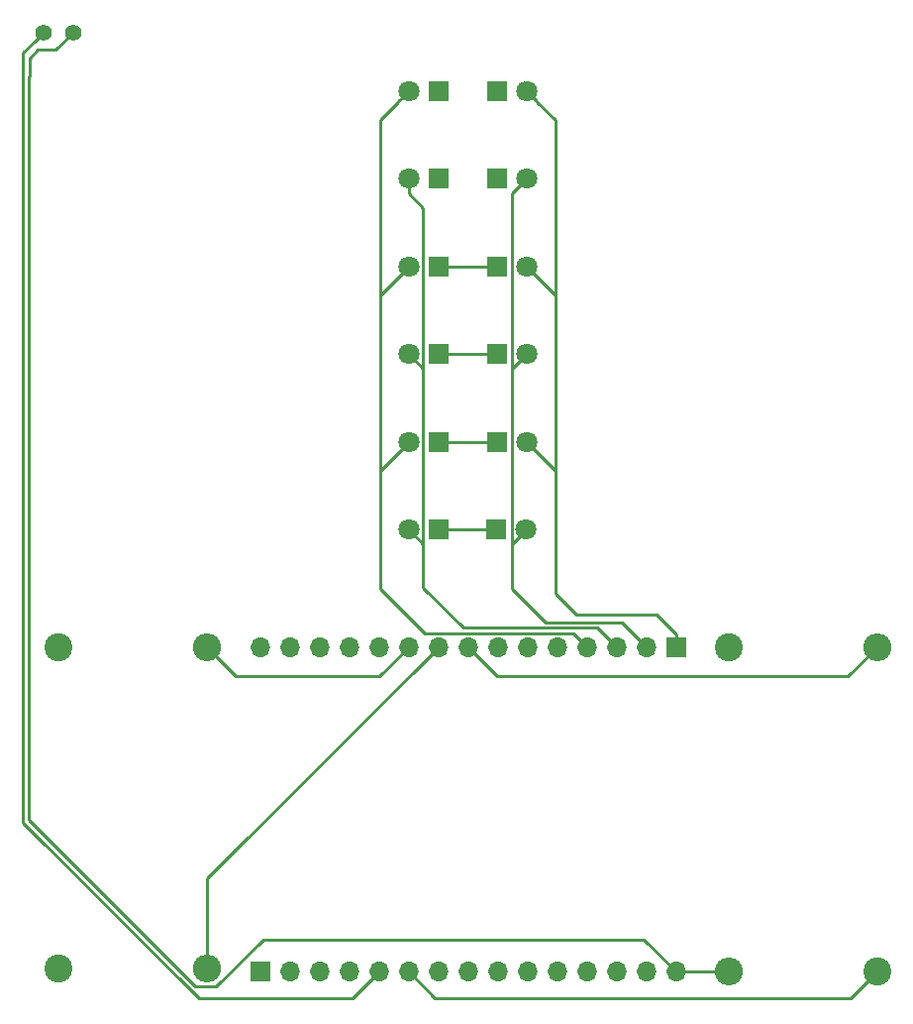
<source format=gbr>
G04 #@! TF.FileFunction,Copper,L2,Bot,Signal*
%FSLAX46Y46*%
G04 Gerber Fmt 4.6, Leading zero omitted, Abs format (unit mm)*
G04 Created by KiCad (PCBNEW 4.0.6+dfsg1-1) date Fri Aug 24 17:23:30 2018*
%MOMM*%
%LPD*%
G01*
G04 APERTURE LIST*
%ADD10C,0.100000*%
%ADD11R,1.800000X1.800000*%
%ADD12C,1.800000*%
%ADD13R,1.700000X1.700000*%
%ADD14O,1.700000X1.700000*%
%ADD15C,1.397000*%
%ADD16C,2.400000*%
%ADD17O,2.400000X2.400000*%
%ADD18C,0.250000*%
G04 APERTURE END LIST*
D10*
D11*
X85000000Y-90000000D03*
D12*
X82460000Y-90000000D03*
D11*
X85000000Y-82500000D03*
D12*
X82460000Y-82500000D03*
D11*
X85000000Y-75000000D03*
D12*
X82460000Y-75000000D03*
D11*
X85000000Y-67500000D03*
D12*
X82460000Y-67500000D03*
D11*
X85000000Y-60000000D03*
D12*
X82460000Y-60000000D03*
D11*
X89960000Y-97500000D03*
D12*
X92500000Y-97500000D03*
D11*
X90000000Y-90000000D03*
D12*
X92540000Y-90000000D03*
D11*
X90000000Y-82500000D03*
D12*
X92540000Y-82500000D03*
D11*
X90000000Y-75000000D03*
D12*
X92540000Y-75000000D03*
D11*
X90000000Y-67500000D03*
D12*
X92540000Y-67500000D03*
D11*
X90000000Y-60000000D03*
D12*
X92540000Y-60000000D03*
D13*
X105310000Y-107500000D03*
D14*
X102770000Y-107500000D03*
X100230000Y-107500000D03*
X97690000Y-107500000D03*
X95150000Y-107500000D03*
X92610000Y-107500000D03*
X90070000Y-107500000D03*
X87530000Y-107500000D03*
X84990000Y-107500000D03*
X82450000Y-107500000D03*
X79910000Y-107500000D03*
X77370000Y-107500000D03*
X74830000Y-107500000D03*
X72290000Y-107500000D03*
X69750000Y-107500000D03*
D13*
X69750000Y-135250000D03*
D14*
X72290000Y-135250000D03*
X74830000Y-135250000D03*
X77370000Y-135250000D03*
X79910000Y-135250000D03*
X82450000Y-135250000D03*
X84990000Y-135250000D03*
X87530000Y-135250000D03*
X90070000Y-135250000D03*
X92610000Y-135250000D03*
X95150000Y-135250000D03*
X97690000Y-135250000D03*
X100230000Y-135250000D03*
X102770000Y-135250000D03*
X105310000Y-135250000D03*
D11*
X85000000Y-97500000D03*
D12*
X82460000Y-97500000D03*
D15*
X53770000Y-55000000D03*
X51230000Y-55000000D03*
D16*
X52500000Y-107500000D03*
D17*
X65200000Y-107500000D03*
D16*
X109800000Y-107500000D03*
D17*
X122500000Y-107500000D03*
D16*
X52500000Y-135000000D03*
D17*
X65200000Y-135000000D03*
D16*
X122500000Y-135250000D03*
D17*
X109800000Y-135250000D03*
D18*
X85000000Y-97500000D02*
X86150000Y-97500000D01*
X86150000Y-97500000D02*
X90000000Y-97500000D01*
X85000000Y-90000000D02*
X90000000Y-90000000D01*
X83685001Y-98725001D02*
X83685001Y-102435001D01*
X83685001Y-102435001D02*
X87124988Y-105874988D01*
X87124988Y-105874988D02*
X98604988Y-105874988D01*
X98604988Y-105874988D02*
X99380001Y-106650001D01*
X99380001Y-106650001D02*
X100230000Y-107500000D01*
X83685001Y-98725001D02*
X83685001Y-83725001D01*
X83685001Y-83725001D02*
X82460000Y-82500000D01*
X82460000Y-67500000D02*
X82460000Y-68772792D01*
X82460000Y-68772792D02*
X83685001Y-69997793D01*
X83685001Y-69997793D02*
X83685001Y-98725001D01*
X83685001Y-98725001D02*
X82460000Y-97500000D01*
X97690000Y-107500000D02*
X96514999Y-106324999D01*
X96514999Y-106324999D02*
X83824999Y-106324999D01*
X83824999Y-106324999D02*
X80000000Y-102500000D01*
X80000000Y-102500000D02*
X80000000Y-99750000D01*
X80000000Y-92500000D02*
X80000000Y-99750000D01*
X80000000Y-99750000D02*
X80000000Y-100000000D01*
X80000000Y-62500000D02*
X80000000Y-77500000D01*
X80000000Y-77500000D02*
X80000000Y-92500000D01*
X82460000Y-75000000D02*
X80000000Y-77460000D01*
X80000000Y-77460000D02*
X80000000Y-77500000D01*
X82460000Y-90000000D02*
X81560001Y-90899999D01*
X81560001Y-90899999D02*
X81560001Y-90939999D01*
X81560001Y-90939999D02*
X80000000Y-92500000D01*
X81560001Y-60939999D02*
X80000000Y-62500000D01*
X82460000Y-60000000D02*
X81560001Y-60899999D01*
X81560001Y-60899999D02*
X81560001Y-60939999D01*
X91314999Y-102564999D02*
X94174976Y-105424977D01*
X94174976Y-105424977D02*
X100694977Y-105424977D01*
X100694977Y-105424977D02*
X101920001Y-106650001D01*
X101920001Y-106650001D02*
X102770000Y-107500000D01*
X91314999Y-98750000D02*
X91314999Y-102564999D01*
X91314999Y-68725001D02*
X91314999Y-83750000D01*
X91314999Y-83750000D02*
X91314999Y-98500000D01*
X91640001Y-83399999D02*
X91640001Y-83424998D01*
X92540000Y-82500000D02*
X91640001Y-83399999D01*
X91640001Y-83424998D02*
X91314999Y-83750000D01*
X91314999Y-98500000D02*
X91314999Y-98750000D01*
X92540000Y-97500000D02*
X91640001Y-98399999D01*
X91640001Y-98399999D02*
X91640001Y-98424998D01*
X91640001Y-98424998D02*
X91314999Y-98750000D01*
X91415000Y-98399999D02*
X91314999Y-98500000D01*
X92540000Y-67500000D02*
X91314999Y-68725001D01*
X95000000Y-92460000D02*
X95000000Y-103000000D01*
X95000000Y-103000000D02*
X96750000Y-104750000D01*
X96750000Y-104750000D02*
X103660000Y-104750000D01*
X103660000Y-104750000D02*
X105310000Y-106400000D01*
X105310000Y-106400000D02*
X105310000Y-107500000D01*
X95000000Y-92250000D02*
X95000000Y-92460000D01*
X95000000Y-77460000D02*
X95000000Y-92250000D01*
X95000000Y-92460000D02*
X92540000Y-90000000D01*
X92540000Y-60000000D02*
X93439999Y-60899999D01*
X93439999Y-60899999D02*
X93439999Y-60939999D01*
X93439999Y-60939999D02*
X95000000Y-62500000D01*
X95000000Y-62500000D02*
X95000000Y-77460000D01*
X95000000Y-77460000D02*
X92540000Y-75000000D01*
X90000000Y-82500000D02*
X88850000Y-82500000D01*
X88850000Y-82500000D02*
X85000000Y-82500000D01*
X90000000Y-75000000D02*
X85000000Y-75000000D01*
X77660000Y-137500000D02*
X64500000Y-137500000D01*
X64500000Y-137500000D02*
X49500000Y-122500000D01*
X79910000Y-135250000D02*
X77660000Y-137500000D01*
X49500000Y-122500000D02*
X49500000Y-56750000D01*
X49500000Y-56750000D02*
X50531501Y-55718499D01*
X50531501Y-55718499D02*
X50531501Y-55698499D01*
X50531501Y-55698499D02*
X51230000Y-55000000D01*
X120250000Y-137500000D02*
X84700000Y-137500000D01*
X84700000Y-137500000D02*
X82450000Y-135250000D01*
X122500000Y-135250000D02*
X120250000Y-137500000D01*
X122500000Y-107500000D02*
X120000000Y-110000000D01*
X90030000Y-110000000D02*
X87530000Y-107500000D01*
X120000000Y-110000000D02*
X90030000Y-110000000D01*
X84990000Y-107500000D02*
X66490000Y-126000000D01*
X66490000Y-126000000D02*
X65990000Y-126500000D01*
X65250000Y-133252944D02*
X65250000Y-127240000D01*
X65250000Y-127240000D02*
X66490000Y-126000000D01*
X65200000Y-135000000D02*
X65200000Y-133302944D01*
X65200000Y-133302944D02*
X65250000Y-133252944D01*
X67700000Y-110000000D02*
X79950000Y-110000000D01*
X79950000Y-110000000D02*
X82450000Y-107500000D01*
X65200000Y-107500000D02*
X67700000Y-110000000D01*
X70000000Y-132500000D02*
X65974999Y-136525001D01*
X64217999Y-136525001D02*
X50000000Y-122307002D01*
X65974999Y-136525001D02*
X64217999Y-136525001D01*
X50750000Y-56500000D02*
X50020000Y-57230000D01*
X50020000Y-57230000D02*
X50020000Y-58750000D01*
X52270000Y-56500000D02*
X50750000Y-56500000D01*
X53770000Y-55000000D02*
X52270000Y-56500000D01*
X50000000Y-122307002D02*
X50000000Y-58750000D01*
X50020000Y-58750000D02*
X50000000Y-58750000D01*
X105310000Y-135250000D02*
X102560000Y-132500000D01*
X102560000Y-132500000D02*
X70000000Y-132500000D01*
X105310000Y-135250000D02*
X109800000Y-135250000D01*
M02*

</source>
